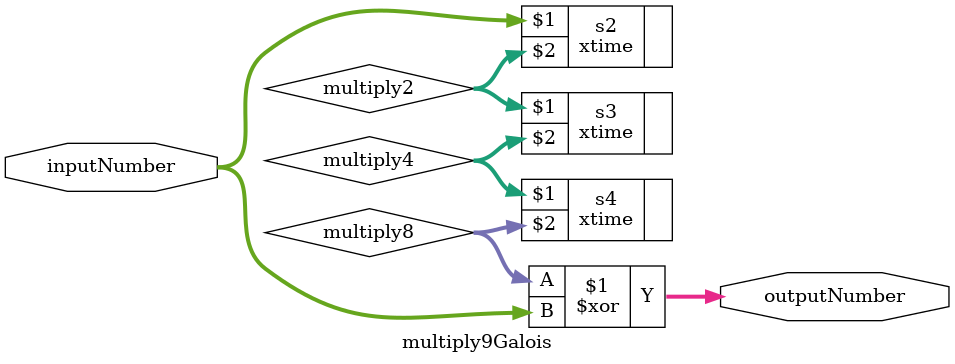
<source format=v>
module multiply9Galois(input wire[7:0] inputNumber, output wire[7:0] outputNumber);

	wire[7:0] multiply2;
	wire[7:0] multiply4;
	wire[7:0] multiply8;
	xtime s2(inputNumber, multiply2);
	xtime s3(multiply2, multiply4);
	xtime s4(multiply4, multiply8);

	assign outputNumber = multiply8 ^ inputNumber;


endmodule 
</source>
